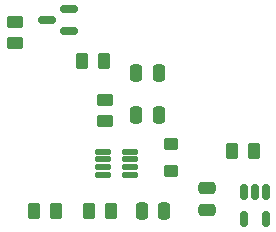
<source format=gbr>
%TF.GenerationSoftware,KiCad,Pcbnew,(6.0.1)*%
%TF.CreationDate,2022-03-15T19:27:33-04:00*%
%TF.ProjectId,Main-Board,4d61696e-2d42-46f6-9172-642e6b696361,rev?*%
%TF.SameCoordinates,Original*%
%TF.FileFunction,Paste,Bot*%
%TF.FilePolarity,Positive*%
%FSLAX46Y46*%
G04 Gerber Fmt 4.6, Leading zero omitted, Abs format (unit mm)*
G04 Created by KiCad (PCBNEW (6.0.1)) date 2022-03-15 19:27:33*
%MOMM*%
%LPD*%
G01*
G04 APERTURE LIST*
G04 Aperture macros list*
%AMRoundRect*
0 Rectangle with rounded corners*
0 $1 Rounding radius*
0 $2 $3 $4 $5 $6 $7 $8 $9 X,Y pos of 4 corners*
0 Add a 4 corners polygon primitive as box body*
4,1,4,$2,$3,$4,$5,$6,$7,$8,$9,$2,$3,0*
0 Add four circle primitives for the rounded corners*
1,1,$1+$1,$2,$3*
1,1,$1+$1,$4,$5*
1,1,$1+$1,$6,$7*
1,1,$1+$1,$8,$9*
0 Add four rect primitives between the rounded corners*
20,1,$1+$1,$2,$3,$4,$5,0*
20,1,$1+$1,$4,$5,$6,$7,0*
20,1,$1+$1,$6,$7,$8,$9,0*
20,1,$1+$1,$8,$9,$2,$3,0*%
G04 Aperture macros list end*
%ADD10RoundRect,0.125000X0.537500X0.125000X-0.537500X0.125000X-0.537500X-0.125000X0.537500X-0.125000X0*%
%ADD11RoundRect,0.150000X0.587500X0.150000X-0.587500X0.150000X-0.587500X-0.150000X0.587500X-0.150000X0*%
%ADD12RoundRect,0.250000X0.262500X0.450000X-0.262500X0.450000X-0.262500X-0.450000X0.262500X-0.450000X0*%
%ADD13RoundRect,0.250000X-0.250000X-0.475000X0.250000X-0.475000X0.250000X0.475000X-0.250000X0.475000X0*%
%ADD14RoundRect,0.150000X-0.150000X0.512500X-0.150000X-0.512500X0.150000X-0.512500X0.150000X0.512500X0*%
%ADD15RoundRect,0.250000X-0.262500X-0.450000X0.262500X-0.450000X0.262500X0.450000X-0.262500X0.450000X0*%
%ADD16RoundRect,0.250000X0.450000X-0.262500X0.450000X0.262500X-0.450000X0.262500X-0.450000X-0.262500X0*%
%ADD17RoundRect,0.250000X-0.450000X0.262500X-0.450000X-0.262500X0.450000X-0.262500X0.450000X0.262500X0*%
%ADD18RoundRect,0.250000X0.350000X-0.275000X0.350000X0.275000X-0.350000X0.275000X-0.350000X-0.275000X0*%
%ADD19RoundRect,0.250000X-0.475000X0.250000X-0.475000X-0.250000X0.475000X-0.250000X0.475000X0.250000X0*%
G04 APERTURE END LIST*
D10*
%TO.C,U2*%
X135757500Y-116373000D03*
X135757500Y-117023000D03*
X135757500Y-117673000D03*
X135757500Y-118323000D03*
X133482500Y-118323000D03*
X133482500Y-117673000D03*
X133482500Y-117023000D03*
X133482500Y-116373000D03*
%TD*%
D11*
%TO.C,U1*%
X130556000Y-104272000D03*
X130556000Y-106172000D03*
X128681000Y-105222000D03*
%TD*%
D12*
%TO.C,R1*%
X133500500Y-108712000D03*
X131675500Y-108712000D03*
%TD*%
%TO.C,R4*%
X134112000Y-121412000D03*
X132287000Y-121412000D03*
%TD*%
D13*
%TO.C,C3*%
X136718000Y-121412000D03*
X138618000Y-121412000D03*
%TD*%
%TO.C,C1*%
X136276000Y-109728000D03*
X138176000Y-109728000D03*
%TD*%
%TO.C,C2*%
X136276000Y-113284000D03*
X138176000Y-113284000D03*
%TD*%
D14*
%TO.C,U3*%
X145354000Y-119766500D03*
X146304000Y-119766500D03*
X147254000Y-119766500D03*
X147254000Y-122041500D03*
X145354000Y-122041500D03*
%TD*%
D15*
%TO.C,R7*%
X144375500Y-116332000D03*
X146200500Y-116332000D03*
%TD*%
D16*
%TO.C,R3*%
X133604000Y-113792000D03*
X133604000Y-111967000D03*
%TD*%
D17*
%TO.C,R2*%
X125984000Y-105363000D03*
X125984000Y-107188000D03*
%TD*%
D12*
%TO.C,R5*%
X129436500Y-121412000D03*
X127611500Y-121412000D03*
%TD*%
D18*
%TO.C,L1*%
X139192000Y-117990000D03*
X139192000Y-115690000D03*
%TD*%
D19*
%TO.C,C5*%
X142240000Y-119446000D03*
X142240000Y-121346000D03*
%TD*%
M02*

</source>
